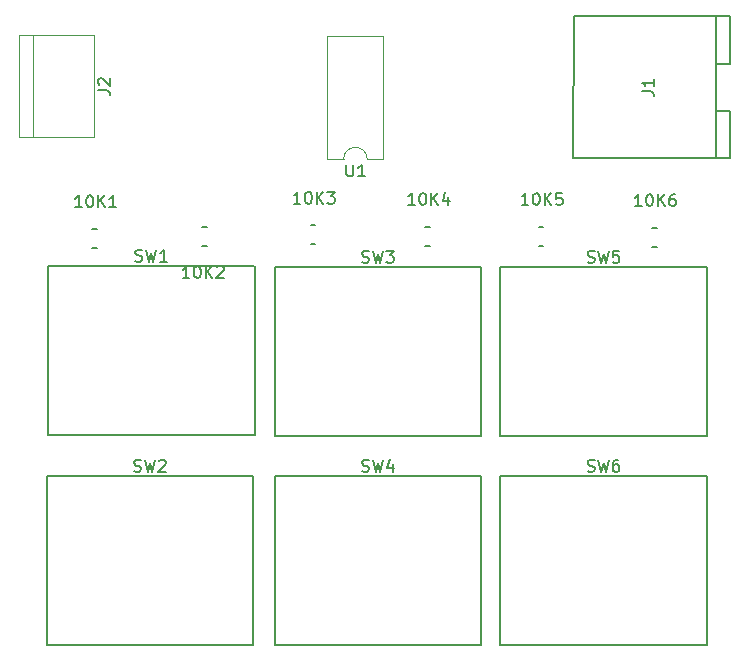
<source format=gto>
G04 #@! TF.FileFunction,Legend,Top*
%FSLAX46Y46*%
G04 Gerber Fmt 4.6, Leading zero omitted, Abs format (unit mm)*
G04 Created by KiCad (PCBNEW 4.0.6) date Sunday, July 23, 2017 'AMt' 01:12:39 AM*
%MOMM*%
%LPD*%
G01*
G04 APERTURE LIST*
%ADD10C,0.100000*%
%ADD11C,0.150000*%
%ADD12C,0.120000*%
G04 APERTURE END LIST*
D10*
D11*
X168472000Y-73627000D02*
X168472000Y-85627000D01*
X169672000Y-73627000D02*
X156472000Y-73627000D01*
X156472000Y-73627000D02*
X156372000Y-85627000D01*
X156372000Y-85627000D02*
X169672000Y-85627000D01*
X169672000Y-85627000D02*
X169672000Y-81727000D01*
X169672000Y-77627000D02*
X169672000Y-73627000D01*
X169672000Y-81627000D02*
X168472000Y-81627000D01*
X168472000Y-81627000D02*
X168472000Y-77627000D01*
X168472000Y-77627000D02*
X169672000Y-77627000D01*
D12*
X138962000Y-85717000D02*
X140332000Y-85717000D01*
X140332000Y-85717000D02*
X140332000Y-75317000D01*
X140332000Y-75317000D02*
X135592000Y-75317000D01*
X135592000Y-75317000D02*
X135592000Y-85717000D01*
X135592000Y-85717000D02*
X136962000Y-85717000D01*
X136962000Y-85717000D02*
G75*
G02X138962000Y-85717000I1000000J0D01*
G01*
X109442000Y-75177000D02*
X109442000Y-83877000D01*
X115852000Y-75177000D02*
X115852000Y-83877000D01*
X115852000Y-83877000D02*
X109442000Y-83877000D01*
X110672000Y-83877000D02*
X110672000Y-75177000D01*
X109442000Y-75177000D02*
X115852000Y-75177000D01*
D11*
X111922000Y-94777000D02*
X129412000Y-94777000D01*
X111922000Y-109077000D02*
X111922000Y-94777000D01*
X129422000Y-109077000D02*
X111922000Y-109077000D01*
X129422000Y-94777000D02*
X129422000Y-109077000D01*
X111822000Y-112577000D02*
X129312000Y-112577000D01*
X111822000Y-126877000D02*
X111822000Y-112577000D01*
X129322000Y-126877000D02*
X111822000Y-126877000D01*
X129322000Y-112577000D02*
X129322000Y-126877000D01*
X131122000Y-94877000D02*
X148612000Y-94877000D01*
X131122000Y-109177000D02*
X131122000Y-94877000D01*
X148622000Y-109177000D02*
X131122000Y-109177000D01*
X148622000Y-94877000D02*
X148622000Y-109177000D01*
X131122000Y-112577000D02*
X148612000Y-112577000D01*
X131122000Y-126877000D02*
X131122000Y-112577000D01*
X148622000Y-126877000D02*
X131122000Y-126877000D01*
X148622000Y-112577000D02*
X148622000Y-126877000D01*
X150222000Y-94877000D02*
X167712000Y-94877000D01*
X150222000Y-109177000D02*
X150222000Y-94877000D01*
X167722000Y-109177000D02*
X150222000Y-109177000D01*
X167722000Y-94877000D02*
X167722000Y-109177000D01*
X150222000Y-112577000D02*
X167712000Y-112577000D01*
X150222000Y-126877000D02*
X150222000Y-112577000D01*
X167722000Y-126877000D02*
X150222000Y-126877000D01*
X167722000Y-112577000D02*
X167722000Y-126877000D01*
X115872000Y-93227100D02*
X116072660Y-93227100D01*
X115872000Y-93227100D02*
X115671340Y-93227100D01*
X115772940Y-91626900D02*
X115671340Y-91626900D01*
X115671340Y-91626900D02*
X116072660Y-91626900D01*
X125172000Y-91426900D02*
X124971340Y-91426900D01*
X125172000Y-91426900D02*
X125372660Y-91426900D01*
X125271060Y-93027100D02*
X125372660Y-93027100D01*
X125372660Y-93027100D02*
X124971340Y-93027100D01*
X134372000Y-92927100D02*
X134572660Y-92927100D01*
X134372000Y-92927100D02*
X134171340Y-92927100D01*
X134272940Y-91326900D02*
X134171340Y-91326900D01*
X134171340Y-91326900D02*
X134572660Y-91326900D01*
X144072000Y-93027100D02*
X144272660Y-93027100D01*
X144072000Y-93027100D02*
X143871340Y-93027100D01*
X143972940Y-91426900D02*
X143871340Y-91426900D01*
X143871340Y-91426900D02*
X144272660Y-91426900D01*
X153672000Y-93027100D02*
X153872660Y-93027100D01*
X153672000Y-93027100D02*
X153471340Y-93027100D01*
X153572940Y-91426900D02*
X153471340Y-91426900D01*
X153471340Y-91426900D02*
X153872660Y-91426900D01*
X163272000Y-93127100D02*
X163472660Y-93127100D01*
X163272000Y-93127100D02*
X163071340Y-93127100D01*
X163172940Y-91526900D02*
X163071340Y-91526900D01*
X163071340Y-91526900D02*
X163472660Y-91526900D01*
X162224381Y-79960333D02*
X162938667Y-79960333D01*
X163081524Y-80007953D01*
X163176762Y-80103191D01*
X163224381Y-80246048D01*
X163224381Y-80341286D01*
X163224381Y-78960333D02*
X163224381Y-79531762D01*
X163224381Y-79246048D02*
X162224381Y-79246048D01*
X162367238Y-79341286D01*
X162462476Y-79436524D01*
X162510095Y-79531762D01*
X137200095Y-86169381D02*
X137200095Y-86978905D01*
X137247714Y-87074143D01*
X137295333Y-87121762D01*
X137390571Y-87169381D01*
X137581048Y-87169381D01*
X137676286Y-87121762D01*
X137723905Y-87074143D01*
X137771524Y-86978905D01*
X137771524Y-86169381D01*
X138771524Y-87169381D02*
X138200095Y-87169381D01*
X138485809Y-87169381D02*
X138485809Y-86169381D01*
X138390571Y-86312238D01*
X138295333Y-86407476D01*
X138200095Y-86455095D01*
X116164381Y-79860333D02*
X116878667Y-79860333D01*
X117021524Y-79907953D01*
X117116762Y-80003191D01*
X117164381Y-80146048D01*
X117164381Y-80241286D01*
X116259619Y-79431762D02*
X116212000Y-79384143D01*
X116164381Y-79288905D01*
X116164381Y-79050809D01*
X116212000Y-78955571D01*
X116259619Y-78907952D01*
X116354857Y-78860333D01*
X116450095Y-78860333D01*
X116592952Y-78907952D01*
X117164381Y-79479381D01*
X117164381Y-78860333D01*
X119338667Y-94331762D02*
X119481524Y-94379381D01*
X119719620Y-94379381D01*
X119814858Y-94331762D01*
X119862477Y-94284143D01*
X119910096Y-94188905D01*
X119910096Y-94093667D01*
X119862477Y-93998429D01*
X119814858Y-93950810D01*
X119719620Y-93903190D01*
X119529143Y-93855571D01*
X119433905Y-93807952D01*
X119386286Y-93760333D01*
X119338667Y-93665095D01*
X119338667Y-93569857D01*
X119386286Y-93474619D01*
X119433905Y-93427000D01*
X119529143Y-93379381D01*
X119767239Y-93379381D01*
X119910096Y-93427000D01*
X120243429Y-93379381D02*
X120481524Y-94379381D01*
X120672001Y-93665095D01*
X120862477Y-94379381D01*
X121100572Y-93379381D01*
X122005334Y-94379381D02*
X121433905Y-94379381D01*
X121719619Y-94379381D02*
X121719619Y-93379381D01*
X121624381Y-93522238D01*
X121529143Y-93617476D01*
X121433905Y-93665095D01*
X119238667Y-112131762D02*
X119381524Y-112179381D01*
X119619620Y-112179381D01*
X119714858Y-112131762D01*
X119762477Y-112084143D01*
X119810096Y-111988905D01*
X119810096Y-111893667D01*
X119762477Y-111798429D01*
X119714858Y-111750810D01*
X119619620Y-111703190D01*
X119429143Y-111655571D01*
X119333905Y-111607952D01*
X119286286Y-111560333D01*
X119238667Y-111465095D01*
X119238667Y-111369857D01*
X119286286Y-111274619D01*
X119333905Y-111227000D01*
X119429143Y-111179381D01*
X119667239Y-111179381D01*
X119810096Y-111227000D01*
X120143429Y-111179381D02*
X120381524Y-112179381D01*
X120572001Y-111465095D01*
X120762477Y-112179381D01*
X121000572Y-111179381D01*
X121333905Y-111274619D02*
X121381524Y-111227000D01*
X121476762Y-111179381D01*
X121714858Y-111179381D01*
X121810096Y-111227000D01*
X121857715Y-111274619D01*
X121905334Y-111369857D01*
X121905334Y-111465095D01*
X121857715Y-111607952D01*
X121286286Y-112179381D01*
X121905334Y-112179381D01*
X138538667Y-94431762D02*
X138681524Y-94479381D01*
X138919620Y-94479381D01*
X139014858Y-94431762D01*
X139062477Y-94384143D01*
X139110096Y-94288905D01*
X139110096Y-94193667D01*
X139062477Y-94098429D01*
X139014858Y-94050810D01*
X138919620Y-94003190D01*
X138729143Y-93955571D01*
X138633905Y-93907952D01*
X138586286Y-93860333D01*
X138538667Y-93765095D01*
X138538667Y-93669857D01*
X138586286Y-93574619D01*
X138633905Y-93527000D01*
X138729143Y-93479381D01*
X138967239Y-93479381D01*
X139110096Y-93527000D01*
X139443429Y-93479381D02*
X139681524Y-94479381D01*
X139872001Y-93765095D01*
X140062477Y-94479381D01*
X140300572Y-93479381D01*
X140586286Y-93479381D02*
X141205334Y-93479381D01*
X140872000Y-93860333D01*
X141014858Y-93860333D01*
X141110096Y-93907952D01*
X141157715Y-93955571D01*
X141205334Y-94050810D01*
X141205334Y-94288905D01*
X141157715Y-94384143D01*
X141110096Y-94431762D01*
X141014858Y-94479381D01*
X140729143Y-94479381D01*
X140633905Y-94431762D01*
X140586286Y-94384143D01*
X138538667Y-112131762D02*
X138681524Y-112179381D01*
X138919620Y-112179381D01*
X139014858Y-112131762D01*
X139062477Y-112084143D01*
X139110096Y-111988905D01*
X139110096Y-111893667D01*
X139062477Y-111798429D01*
X139014858Y-111750810D01*
X138919620Y-111703190D01*
X138729143Y-111655571D01*
X138633905Y-111607952D01*
X138586286Y-111560333D01*
X138538667Y-111465095D01*
X138538667Y-111369857D01*
X138586286Y-111274619D01*
X138633905Y-111227000D01*
X138729143Y-111179381D01*
X138967239Y-111179381D01*
X139110096Y-111227000D01*
X139443429Y-111179381D02*
X139681524Y-112179381D01*
X139872001Y-111465095D01*
X140062477Y-112179381D01*
X140300572Y-111179381D01*
X141110096Y-111512714D02*
X141110096Y-112179381D01*
X140872000Y-111131762D02*
X140633905Y-111846048D01*
X141252953Y-111846048D01*
X157638667Y-94431762D02*
X157781524Y-94479381D01*
X158019620Y-94479381D01*
X158114858Y-94431762D01*
X158162477Y-94384143D01*
X158210096Y-94288905D01*
X158210096Y-94193667D01*
X158162477Y-94098429D01*
X158114858Y-94050810D01*
X158019620Y-94003190D01*
X157829143Y-93955571D01*
X157733905Y-93907952D01*
X157686286Y-93860333D01*
X157638667Y-93765095D01*
X157638667Y-93669857D01*
X157686286Y-93574619D01*
X157733905Y-93527000D01*
X157829143Y-93479381D01*
X158067239Y-93479381D01*
X158210096Y-93527000D01*
X158543429Y-93479381D02*
X158781524Y-94479381D01*
X158972001Y-93765095D01*
X159162477Y-94479381D01*
X159400572Y-93479381D01*
X160257715Y-93479381D02*
X159781524Y-93479381D01*
X159733905Y-93955571D01*
X159781524Y-93907952D01*
X159876762Y-93860333D01*
X160114858Y-93860333D01*
X160210096Y-93907952D01*
X160257715Y-93955571D01*
X160305334Y-94050810D01*
X160305334Y-94288905D01*
X160257715Y-94384143D01*
X160210096Y-94431762D01*
X160114858Y-94479381D01*
X159876762Y-94479381D01*
X159781524Y-94431762D01*
X159733905Y-94384143D01*
X157638667Y-112131762D02*
X157781524Y-112179381D01*
X158019620Y-112179381D01*
X158114858Y-112131762D01*
X158162477Y-112084143D01*
X158210096Y-111988905D01*
X158210096Y-111893667D01*
X158162477Y-111798429D01*
X158114858Y-111750810D01*
X158019620Y-111703190D01*
X157829143Y-111655571D01*
X157733905Y-111607952D01*
X157686286Y-111560333D01*
X157638667Y-111465095D01*
X157638667Y-111369857D01*
X157686286Y-111274619D01*
X157733905Y-111227000D01*
X157829143Y-111179381D01*
X158067239Y-111179381D01*
X158210096Y-111227000D01*
X158543429Y-111179381D02*
X158781524Y-112179381D01*
X158972001Y-111465095D01*
X159162477Y-112179381D01*
X159400572Y-111179381D01*
X160210096Y-111179381D02*
X160019619Y-111179381D01*
X159924381Y-111227000D01*
X159876762Y-111274619D01*
X159781524Y-111417476D01*
X159733905Y-111607952D01*
X159733905Y-111988905D01*
X159781524Y-112084143D01*
X159829143Y-112131762D01*
X159924381Y-112179381D01*
X160114858Y-112179381D01*
X160210096Y-112131762D01*
X160257715Y-112084143D01*
X160305334Y-111988905D01*
X160305334Y-111750810D01*
X160257715Y-111655571D01*
X160210096Y-111607952D01*
X160114858Y-111560333D01*
X159924381Y-111560333D01*
X159829143Y-111607952D01*
X159781524Y-111655571D01*
X159733905Y-111750810D01*
X114804394Y-89780581D02*
X114232965Y-89780581D01*
X114518679Y-89780581D02*
X114518679Y-88780581D01*
X114423441Y-88923438D01*
X114328203Y-89018676D01*
X114232965Y-89066295D01*
X115423441Y-88780581D02*
X115518680Y-88780581D01*
X115613918Y-88828200D01*
X115661537Y-88875819D01*
X115709156Y-88971057D01*
X115756775Y-89161533D01*
X115756775Y-89399629D01*
X115709156Y-89590105D01*
X115661537Y-89685343D01*
X115613918Y-89732962D01*
X115518680Y-89780581D01*
X115423441Y-89780581D01*
X115328203Y-89732962D01*
X115280584Y-89685343D01*
X115232965Y-89590105D01*
X115185346Y-89399629D01*
X115185346Y-89161533D01*
X115232965Y-88971057D01*
X115280584Y-88875819D01*
X115328203Y-88828200D01*
X115423441Y-88780581D01*
X116185346Y-89780581D02*
X116185346Y-88780581D01*
X116756775Y-89780581D02*
X116328203Y-89209152D01*
X116756775Y-88780581D02*
X116185346Y-89352010D01*
X117709156Y-89780581D02*
X117137727Y-89780581D01*
X117423441Y-89780581D02*
X117423441Y-88780581D01*
X117328203Y-88923438D01*
X117232965Y-89018676D01*
X117137727Y-89066295D01*
X123906274Y-95778181D02*
X123334845Y-95778181D01*
X123620559Y-95778181D02*
X123620559Y-94778181D01*
X123525321Y-94921038D01*
X123430083Y-95016276D01*
X123334845Y-95063895D01*
X124525321Y-94778181D02*
X124620560Y-94778181D01*
X124715798Y-94825800D01*
X124763417Y-94873419D01*
X124811036Y-94968657D01*
X124858655Y-95159133D01*
X124858655Y-95397229D01*
X124811036Y-95587705D01*
X124763417Y-95682943D01*
X124715798Y-95730562D01*
X124620560Y-95778181D01*
X124525321Y-95778181D01*
X124430083Y-95730562D01*
X124382464Y-95682943D01*
X124334845Y-95587705D01*
X124287226Y-95397229D01*
X124287226Y-95159133D01*
X124334845Y-94968657D01*
X124382464Y-94873419D01*
X124430083Y-94825800D01*
X124525321Y-94778181D01*
X125287226Y-95778181D02*
X125287226Y-94778181D01*
X125858655Y-95778181D02*
X125430083Y-95206752D01*
X125858655Y-94778181D02*
X125287226Y-95349610D01*
X126239607Y-94873419D02*
X126287226Y-94825800D01*
X126382464Y-94778181D01*
X126620560Y-94778181D01*
X126715798Y-94825800D01*
X126763417Y-94873419D01*
X126811036Y-94968657D01*
X126811036Y-95063895D01*
X126763417Y-95206752D01*
X126191988Y-95778181D01*
X126811036Y-95778181D01*
X133304394Y-89480581D02*
X132732965Y-89480581D01*
X133018679Y-89480581D02*
X133018679Y-88480581D01*
X132923441Y-88623438D01*
X132828203Y-88718676D01*
X132732965Y-88766295D01*
X133923441Y-88480581D02*
X134018680Y-88480581D01*
X134113918Y-88528200D01*
X134161537Y-88575819D01*
X134209156Y-88671057D01*
X134256775Y-88861533D01*
X134256775Y-89099629D01*
X134209156Y-89290105D01*
X134161537Y-89385343D01*
X134113918Y-89432962D01*
X134018680Y-89480581D01*
X133923441Y-89480581D01*
X133828203Y-89432962D01*
X133780584Y-89385343D01*
X133732965Y-89290105D01*
X133685346Y-89099629D01*
X133685346Y-88861533D01*
X133732965Y-88671057D01*
X133780584Y-88575819D01*
X133828203Y-88528200D01*
X133923441Y-88480581D01*
X134685346Y-89480581D02*
X134685346Y-88480581D01*
X135256775Y-89480581D02*
X134828203Y-88909152D01*
X135256775Y-88480581D02*
X134685346Y-89052010D01*
X135590108Y-88480581D02*
X136209156Y-88480581D01*
X135875822Y-88861533D01*
X136018680Y-88861533D01*
X136113918Y-88909152D01*
X136161537Y-88956771D01*
X136209156Y-89052010D01*
X136209156Y-89290105D01*
X136161537Y-89385343D01*
X136113918Y-89432962D01*
X136018680Y-89480581D01*
X135732965Y-89480581D01*
X135637727Y-89432962D01*
X135590108Y-89385343D01*
X143004394Y-89580581D02*
X142432965Y-89580581D01*
X142718679Y-89580581D02*
X142718679Y-88580581D01*
X142623441Y-88723438D01*
X142528203Y-88818676D01*
X142432965Y-88866295D01*
X143623441Y-88580581D02*
X143718680Y-88580581D01*
X143813918Y-88628200D01*
X143861537Y-88675819D01*
X143909156Y-88771057D01*
X143956775Y-88961533D01*
X143956775Y-89199629D01*
X143909156Y-89390105D01*
X143861537Y-89485343D01*
X143813918Y-89532962D01*
X143718680Y-89580581D01*
X143623441Y-89580581D01*
X143528203Y-89532962D01*
X143480584Y-89485343D01*
X143432965Y-89390105D01*
X143385346Y-89199629D01*
X143385346Y-88961533D01*
X143432965Y-88771057D01*
X143480584Y-88675819D01*
X143528203Y-88628200D01*
X143623441Y-88580581D01*
X144385346Y-89580581D02*
X144385346Y-88580581D01*
X144956775Y-89580581D02*
X144528203Y-89009152D01*
X144956775Y-88580581D02*
X144385346Y-89152010D01*
X145813918Y-88913914D02*
X145813918Y-89580581D01*
X145575822Y-88532962D02*
X145337727Y-89247248D01*
X145956775Y-89247248D01*
X152604394Y-89580581D02*
X152032965Y-89580581D01*
X152318679Y-89580581D02*
X152318679Y-88580581D01*
X152223441Y-88723438D01*
X152128203Y-88818676D01*
X152032965Y-88866295D01*
X153223441Y-88580581D02*
X153318680Y-88580581D01*
X153413918Y-88628200D01*
X153461537Y-88675819D01*
X153509156Y-88771057D01*
X153556775Y-88961533D01*
X153556775Y-89199629D01*
X153509156Y-89390105D01*
X153461537Y-89485343D01*
X153413918Y-89532962D01*
X153318680Y-89580581D01*
X153223441Y-89580581D01*
X153128203Y-89532962D01*
X153080584Y-89485343D01*
X153032965Y-89390105D01*
X152985346Y-89199629D01*
X152985346Y-88961533D01*
X153032965Y-88771057D01*
X153080584Y-88675819D01*
X153128203Y-88628200D01*
X153223441Y-88580581D01*
X153985346Y-89580581D02*
X153985346Y-88580581D01*
X154556775Y-89580581D02*
X154128203Y-89009152D01*
X154556775Y-88580581D02*
X153985346Y-89152010D01*
X155461537Y-88580581D02*
X154985346Y-88580581D01*
X154937727Y-89056771D01*
X154985346Y-89009152D01*
X155080584Y-88961533D01*
X155318680Y-88961533D01*
X155413918Y-89009152D01*
X155461537Y-89056771D01*
X155509156Y-89152010D01*
X155509156Y-89390105D01*
X155461537Y-89485343D01*
X155413918Y-89532962D01*
X155318680Y-89580581D01*
X155080584Y-89580581D01*
X154985346Y-89532962D01*
X154937727Y-89485343D01*
X162204394Y-89680581D02*
X161632965Y-89680581D01*
X161918679Y-89680581D02*
X161918679Y-88680581D01*
X161823441Y-88823438D01*
X161728203Y-88918676D01*
X161632965Y-88966295D01*
X162823441Y-88680581D02*
X162918680Y-88680581D01*
X163013918Y-88728200D01*
X163061537Y-88775819D01*
X163109156Y-88871057D01*
X163156775Y-89061533D01*
X163156775Y-89299629D01*
X163109156Y-89490105D01*
X163061537Y-89585343D01*
X163013918Y-89632962D01*
X162918680Y-89680581D01*
X162823441Y-89680581D01*
X162728203Y-89632962D01*
X162680584Y-89585343D01*
X162632965Y-89490105D01*
X162585346Y-89299629D01*
X162585346Y-89061533D01*
X162632965Y-88871057D01*
X162680584Y-88775819D01*
X162728203Y-88728200D01*
X162823441Y-88680581D01*
X163585346Y-89680581D02*
X163585346Y-88680581D01*
X164156775Y-89680581D02*
X163728203Y-89109152D01*
X164156775Y-88680581D02*
X163585346Y-89252010D01*
X165013918Y-88680581D02*
X164823441Y-88680581D01*
X164728203Y-88728200D01*
X164680584Y-88775819D01*
X164585346Y-88918676D01*
X164537727Y-89109152D01*
X164537727Y-89490105D01*
X164585346Y-89585343D01*
X164632965Y-89632962D01*
X164728203Y-89680581D01*
X164918680Y-89680581D01*
X165013918Y-89632962D01*
X165061537Y-89585343D01*
X165109156Y-89490105D01*
X165109156Y-89252010D01*
X165061537Y-89156771D01*
X165013918Y-89109152D01*
X164918680Y-89061533D01*
X164728203Y-89061533D01*
X164632965Y-89109152D01*
X164585346Y-89156771D01*
X164537727Y-89252010D01*
M02*

</source>
